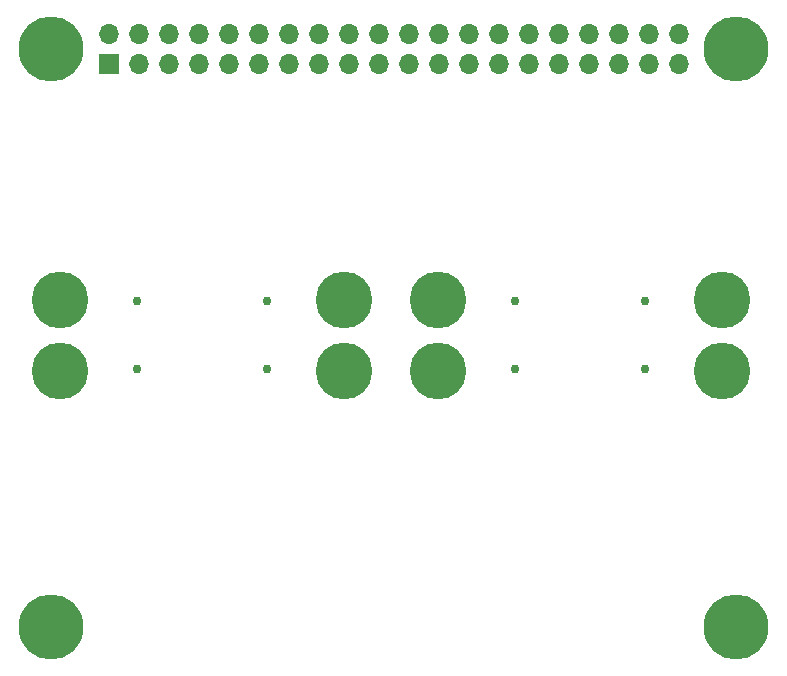
<source format=gbr>
%TF.GenerationSoftware,KiCad,Pcbnew,(6.0.0-0)*%
%TF.CreationDate,2023-03-08T15:11:31-05:00*%
%TF.ProjectId,carrier-board,63617272-6965-4722-9d62-6f6172642e6b,rev?*%
%TF.SameCoordinates,Original*%
%TF.FileFunction,Soldermask,Bot*%
%TF.FilePolarity,Negative*%
%FSLAX46Y46*%
G04 Gerber Fmt 4.6, Leading zero omitted, Abs format (unit mm)*
G04 Created by KiCad (PCBNEW (6.0.0-0)) date 2023-03-08 15:11:31*
%MOMM*%
%LPD*%
G01*
G04 APERTURE LIST*
%ADD10C,3.600000*%
%ADD11C,5.500000*%
%ADD12C,4.800000*%
%ADD13C,0.760000*%
%ADD14R,1.700000X1.700000*%
%ADD15O,1.700000X1.700000*%
G04 APERTURE END LIST*
D10*
%TO.C,H1*%
X78500000Y-97500000D03*
D11*
X78500000Y-97500000D03*
%TD*%
D10*
%TO.C,H2*%
X136500000Y-97500000D03*
D11*
X136500000Y-97500000D03*
%TD*%
D10*
%TO.C,H3*%
X78500000Y-146500000D03*
D11*
X78500000Y-146500000D03*
%TD*%
D10*
%TO.C,H4*%
X136500000Y-146500000D03*
D11*
X136500000Y-146500000D03*
%TD*%
D12*
%TO.C,H5*%
X79250000Y-118750000D03*
%TD*%
%TO.C,H6*%
X79250000Y-124750000D03*
%TD*%
%TO.C,H7*%
X135250000Y-124750000D03*
%TD*%
%TO.C,H8*%
X135250000Y-118750000D03*
%TD*%
%TO.C,H9*%
X103250000Y-118750000D03*
%TD*%
%TO.C,H10*%
X111250000Y-118750000D03*
%TD*%
%TO.C,H11*%
X103250000Y-124750000D03*
%TD*%
%TO.C,H12*%
X111250000Y-124750000D03*
%TD*%
D13*
%TO.C,J1*%
X85725500Y-118850000D03*
X96774500Y-118850000D03*
%TD*%
%TO.C,J2*%
X117725500Y-118850000D03*
X128774500Y-118850000D03*
%TD*%
%TO.C,J3*%
X96774500Y-124650000D03*
X85725500Y-124650000D03*
%TD*%
%TO.C,J4*%
X117725500Y-124650000D03*
X128774500Y-124650000D03*
%TD*%
D14*
%TO.C,J5*%
X83370000Y-98770000D03*
D15*
X83370000Y-96230000D03*
X85910000Y-98770000D03*
X85910000Y-96230000D03*
X88450000Y-98770000D03*
X88450000Y-96230000D03*
X90990000Y-98770000D03*
X90990000Y-96230000D03*
X93530000Y-98770000D03*
X93530000Y-96230000D03*
X96070000Y-98770000D03*
X96070000Y-96230000D03*
X98610000Y-98770000D03*
X98610000Y-96230000D03*
X101150000Y-98770000D03*
X101150000Y-96230000D03*
X103690000Y-98770000D03*
X103690000Y-96230000D03*
X106230000Y-98770000D03*
X106230000Y-96230000D03*
X108770000Y-98770000D03*
X108770000Y-96230000D03*
X111310000Y-98770000D03*
X111310000Y-96230000D03*
X113850000Y-98770000D03*
X113850000Y-96230000D03*
X116390000Y-98770000D03*
X116390000Y-96230000D03*
X118930000Y-98770000D03*
X118930000Y-96230000D03*
X121470000Y-98770000D03*
X121470000Y-96230000D03*
X124010000Y-98770000D03*
X124010000Y-96230000D03*
X126550000Y-98770000D03*
X126550000Y-96230000D03*
X129090000Y-98770000D03*
X129090000Y-96230000D03*
X131630000Y-98770000D03*
X131630000Y-96230000D03*
%TD*%
M02*

</source>
